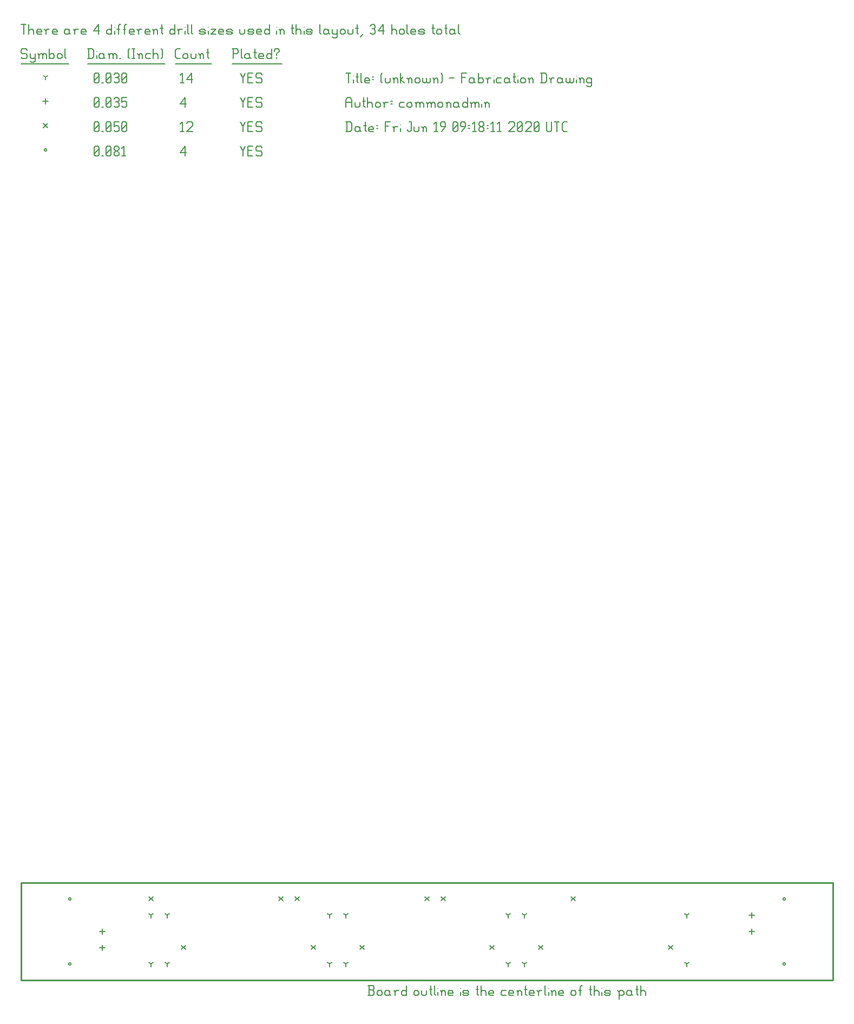
<source format=gbr>
G04 start of page 12 for group -3984 idx -3984 *
G04 Title: (unknown), fab *
G04 Creator: pcb 4.2.0 *
G04 CreationDate: Fri Jun 19 09:18:11 2020 UTC *
G04 For: commonadmin *
G04 Format: Gerber/RS-274X *
G04 PCB-Dimensions (mil): 6000.00 5000.00 *
G04 PCB-Coordinate-Origin: lower left *
%MOIN*%
%FSLAX25Y25*%
%LNFAB*%
%ADD49C,0.0100*%
%ADD48C,0.0075*%
%ADD47C,0.0060*%
%ADD46C,0.0080*%
G54D46*X29200Y10000D02*G75*G03X30800Y10000I800J0D01*G01*
G75*G03X29200Y10000I-800J0D01*G01*
Y50000D02*G75*G03X30800Y50000I800J0D01*G01*
G75*G03X29200Y50000I-800J0D01*G01*
X469200D02*G75*G03X470800Y50000I800J0D01*G01*
G75*G03X469200Y50000I-800J0D01*G01*
Y10000D02*G75*G03X470800Y10000I800J0D01*G01*
G75*G03X469200Y10000I-800J0D01*G01*
X14200Y511250D02*G75*G03X15800Y511250I800J0D01*G01*
G75*G03X14200Y511250I-800J0D01*G01*
G54D47*X135000Y513500D02*X136500Y510500D01*
X138000Y513500D01*
X136500Y510500D02*Y507500D01*
X139800Y510800D02*X142050D01*
X139800Y507500D02*X142800D01*
X139800Y513500D02*Y507500D01*
Y513500D02*X142800D01*
X147600D02*X148350Y512750D01*
X145350Y513500D02*X147600D01*
X144600Y512750D02*X145350Y513500D01*
X144600Y512750D02*Y511250D01*
X145350Y510500D01*
X147600D01*
X148350Y509750D01*
Y508250D01*
X147600Y507500D02*X148350Y508250D01*
X145350Y507500D02*X147600D01*
X144600Y508250D02*X145350Y507500D01*
X98000Y509750D02*X101000Y513500D01*
X98000Y509750D02*X101750D01*
X101000Y513500D02*Y507500D01*
X45000Y508250D02*X45750Y507500D01*
X45000Y512750D02*Y508250D01*
Y512750D02*X45750Y513500D01*
X47250D01*
X48000Y512750D01*
Y508250D01*
X47250Y507500D02*X48000Y508250D01*
X45750Y507500D02*X47250D01*
X45000Y509000D02*X48000Y512000D01*
X49800Y507500D02*X50550D01*
X52350Y508250D02*X53100Y507500D01*
X52350Y512750D02*Y508250D01*
Y512750D02*X53100Y513500D01*
X54600D01*
X55350Y512750D01*
Y508250D01*
X54600Y507500D02*X55350Y508250D01*
X53100Y507500D02*X54600D01*
X52350Y509000D02*X55350Y512000D01*
X57150Y508250D02*X57900Y507500D01*
X57150Y509450D02*Y508250D01*
Y509450D02*X58200Y510500D01*
X59100D01*
X60150Y509450D01*
Y508250D01*
X59400Y507500D02*X60150Y508250D01*
X57900Y507500D02*X59400D01*
X57150Y511550D02*X58200Y510500D01*
X57150Y512750D02*Y511550D01*
Y512750D02*X57900Y513500D01*
X59400D01*
X60150Y512750D01*
Y511550D01*
X59100Y510500D02*X60150Y511550D01*
X61950Y512300D02*X63150Y513500D01*
Y507500D01*
X61950D02*X64200D01*
X318800Y21200D02*X321200Y18800D01*
X318800D02*X321200Y21200D01*
X398800D02*X401200Y18800D01*
X398800D02*X401200Y21200D01*
X258800Y51200D02*X261200Y48800D01*
X258800D02*X261200Y51200D01*
X338800D02*X341200Y48800D01*
X338800D02*X341200Y51200D01*
X168800D02*X171200Y48800D01*
X168800D02*X171200Y51200D01*
X248800D02*X251200Y48800D01*
X248800D02*X251200Y51200D01*
X78800D02*X81200Y48800D01*
X78800D02*X81200Y51200D01*
X158800D02*X161200Y48800D01*
X158800D02*X161200Y51200D01*
X208800Y21200D02*X211200Y18800D01*
X208800D02*X211200Y21200D01*
X288800D02*X291200Y18800D01*
X288800D02*X291200Y21200D01*
X98800D02*X101200Y18800D01*
X98800D02*X101200Y21200D01*
X178800D02*X181200Y18800D01*
X178800D02*X181200Y21200D01*
X13800Y527450D02*X16200Y525050D01*
X13800D02*X16200Y527450D01*
X135000Y528500D02*X136500Y525500D01*
X138000Y528500D01*
X136500Y525500D02*Y522500D01*
X139800Y525800D02*X142050D01*
X139800Y522500D02*X142800D01*
X139800Y528500D02*Y522500D01*
Y528500D02*X142800D01*
X147600D02*X148350Y527750D01*
X145350Y528500D02*X147600D01*
X144600Y527750D02*X145350Y528500D01*
X144600Y527750D02*Y526250D01*
X145350Y525500D01*
X147600D01*
X148350Y524750D01*
Y523250D01*
X147600Y522500D02*X148350Y523250D01*
X145350Y522500D02*X147600D01*
X144600Y523250D02*X145350Y522500D01*
X98000Y527300D02*X99200Y528500D01*
Y522500D01*
X98000D02*X100250D01*
X102050Y527750D02*X102800Y528500D01*
X105050D01*
X105800Y527750D01*
Y526250D01*
X102050Y522500D02*X105800Y526250D01*
X102050Y522500D02*X105800D01*
X45000Y523250D02*X45750Y522500D01*
X45000Y527750D02*Y523250D01*
Y527750D02*X45750Y528500D01*
X47250D01*
X48000Y527750D01*
Y523250D01*
X47250Y522500D02*X48000Y523250D01*
X45750Y522500D02*X47250D01*
X45000Y524000D02*X48000Y527000D01*
X49800Y522500D02*X50550D01*
X52350Y523250D02*X53100Y522500D01*
X52350Y527750D02*Y523250D01*
Y527750D02*X53100Y528500D01*
X54600D01*
X55350Y527750D01*
Y523250D01*
X54600Y522500D02*X55350Y523250D01*
X53100Y522500D02*X54600D01*
X52350Y524000D02*X55350Y527000D01*
X57150Y528500D02*X60150D01*
X57150D02*Y525500D01*
X57900Y526250D01*
X59400D01*
X60150Y525500D01*
Y523250D01*
X59400Y522500D02*X60150Y523250D01*
X57900Y522500D02*X59400D01*
X57150Y523250D02*X57900Y522500D01*
X61950Y523250D02*X62700Y522500D01*
X61950Y527750D02*Y523250D01*
Y527750D02*X62700Y528500D01*
X64200D01*
X64950Y527750D01*
Y523250D01*
X64200Y522500D02*X64950Y523250D01*
X62700Y522500D02*X64200D01*
X61950Y524000D02*X64950Y527000D01*
X50000Y31600D02*Y28400D01*
X48400Y30000D02*X51600D01*
X50000Y21600D02*Y18400D01*
X48400Y20000D02*X51600D01*
X450000Y31600D02*Y28400D01*
X448400Y30000D02*X451600D01*
X450000Y41600D02*Y38400D01*
X448400Y40000D02*X451600D01*
X15000Y542850D02*Y539650D01*
X13400Y541250D02*X16600D01*
X135000Y543500D02*X136500Y540500D01*
X138000Y543500D01*
X136500Y540500D02*Y537500D01*
X139800Y540800D02*X142050D01*
X139800Y537500D02*X142800D01*
X139800Y543500D02*Y537500D01*
Y543500D02*X142800D01*
X147600D02*X148350Y542750D01*
X145350Y543500D02*X147600D01*
X144600Y542750D02*X145350Y543500D01*
X144600Y542750D02*Y541250D01*
X145350Y540500D01*
X147600D01*
X148350Y539750D01*
Y538250D01*
X147600Y537500D02*X148350Y538250D01*
X145350Y537500D02*X147600D01*
X144600Y538250D02*X145350Y537500D01*
X98000Y539750D02*X101000Y543500D01*
X98000Y539750D02*X101750D01*
X101000Y543500D02*Y537500D01*
X45000Y538250D02*X45750Y537500D01*
X45000Y542750D02*Y538250D01*
Y542750D02*X45750Y543500D01*
X47250D01*
X48000Y542750D01*
Y538250D01*
X47250Y537500D02*X48000Y538250D01*
X45750Y537500D02*X47250D01*
X45000Y539000D02*X48000Y542000D01*
X49800Y537500D02*X50550D01*
X52350Y538250D02*X53100Y537500D01*
X52350Y542750D02*Y538250D01*
Y542750D02*X53100Y543500D01*
X54600D01*
X55350Y542750D01*
Y538250D01*
X54600Y537500D02*X55350Y538250D01*
X53100Y537500D02*X54600D01*
X52350Y539000D02*X55350Y542000D01*
X57150Y542750D02*X57900Y543500D01*
X59400D01*
X60150Y542750D01*
X59400Y537500D02*X60150Y538250D01*
X57900Y537500D02*X59400D01*
X57150Y538250D02*X57900Y537500D01*
Y540800D02*X59400D01*
X60150Y542750D02*Y541550D01*
Y540050D02*Y538250D01*
Y540050D02*X59400Y540800D01*
X60150Y541550D02*X59400Y540800D01*
X61950Y543500D02*X64950D01*
X61950D02*Y540500D01*
X62700Y541250D01*
X64200D01*
X64950Y540500D01*
Y538250D01*
X64200Y537500D02*X64950Y538250D01*
X62700Y537500D02*X64200D01*
X61950Y538250D02*X62700Y537500D01*
X80000Y10000D02*Y8400D01*
Y10000D02*X81387Y10800D01*
X80000Y10000D02*X78613Y10800D01*
X80000Y40000D02*Y38400D01*
Y40000D02*X81387Y40800D01*
X80000Y40000D02*X78613Y40800D01*
X90000Y10000D02*Y8400D01*
Y10000D02*X91387Y10800D01*
X90000Y10000D02*X88613Y10800D01*
X90000Y40000D02*Y38400D01*
Y40000D02*X91387Y40800D01*
X90000Y40000D02*X88613Y40800D01*
X310000Y10000D02*Y8400D01*
Y10000D02*X311387Y10800D01*
X310000Y10000D02*X308613Y10800D01*
X310000Y40000D02*Y38400D01*
Y40000D02*X311387Y40800D01*
X310000Y40000D02*X308613Y40800D01*
X200000Y10000D02*Y8400D01*
Y10000D02*X201387Y10800D01*
X200000Y10000D02*X198613Y10800D01*
X200000Y40000D02*Y38400D01*
Y40000D02*X201387Y40800D01*
X200000Y40000D02*X198613Y40800D01*
X190000Y10000D02*Y8400D01*
Y10000D02*X191387Y10800D01*
X190000Y10000D02*X188613Y10800D01*
X190000Y40000D02*Y38400D01*
Y40000D02*X191387Y40800D01*
X190000Y40000D02*X188613Y40800D01*
X300000Y10000D02*Y8400D01*
Y10000D02*X301387Y10800D01*
X300000Y10000D02*X298613Y10800D01*
X300000Y40000D02*Y38400D01*
Y40000D02*X301387Y40800D01*
X300000Y40000D02*X298613Y40800D01*
X410000Y10000D02*Y8400D01*
Y10000D02*X411387Y10800D01*
X410000Y10000D02*X408613Y10800D01*
X410000Y40000D02*Y38400D01*
Y40000D02*X411387Y40800D01*
X410000Y40000D02*X408613Y40800D01*
X15000Y556250D02*Y554650D01*
Y556250D02*X16387Y557050D01*
X15000Y556250D02*X13613Y557050D01*
X135000Y558500D02*X136500Y555500D01*
X138000Y558500D01*
X136500Y555500D02*Y552500D01*
X139800Y555800D02*X142050D01*
X139800Y552500D02*X142800D01*
X139800Y558500D02*Y552500D01*
Y558500D02*X142800D01*
X147600D02*X148350Y557750D01*
X145350Y558500D02*X147600D01*
X144600Y557750D02*X145350Y558500D01*
X144600Y557750D02*Y556250D01*
X145350Y555500D01*
X147600D01*
X148350Y554750D01*
Y553250D01*
X147600Y552500D02*X148350Y553250D01*
X145350Y552500D02*X147600D01*
X144600Y553250D02*X145350Y552500D01*
X98000Y557300D02*X99200Y558500D01*
Y552500D01*
X98000D02*X100250D01*
X102050Y554750D02*X105050Y558500D01*
X102050Y554750D02*X105800D01*
X105050Y558500D02*Y552500D01*
X45000Y553250D02*X45750Y552500D01*
X45000Y557750D02*Y553250D01*
Y557750D02*X45750Y558500D01*
X47250D01*
X48000Y557750D01*
Y553250D01*
X47250Y552500D02*X48000Y553250D01*
X45750Y552500D02*X47250D01*
X45000Y554000D02*X48000Y557000D01*
X49800Y552500D02*X50550D01*
X52350Y553250D02*X53100Y552500D01*
X52350Y557750D02*Y553250D01*
Y557750D02*X53100Y558500D01*
X54600D01*
X55350Y557750D01*
Y553250D01*
X54600Y552500D02*X55350Y553250D01*
X53100Y552500D02*X54600D01*
X52350Y554000D02*X55350Y557000D01*
X57150Y557750D02*X57900Y558500D01*
X59400D01*
X60150Y557750D01*
X59400Y552500D02*X60150Y553250D01*
X57900Y552500D02*X59400D01*
X57150Y553250D02*X57900Y552500D01*
Y555800D02*X59400D01*
X60150Y557750D02*Y556550D01*
Y555050D02*Y553250D01*
Y555050D02*X59400Y555800D01*
X60150Y556550D02*X59400Y555800D01*
X61950Y553250D02*X62700Y552500D01*
X61950Y557750D02*Y553250D01*
Y557750D02*X62700Y558500D01*
X64200D01*
X64950Y557750D01*
Y553250D01*
X64200Y552500D02*X64950Y553250D01*
X62700Y552500D02*X64200D01*
X61950Y554000D02*X64950Y557000D01*
X3000Y573500D02*X3750Y572750D01*
X750Y573500D02*X3000D01*
X0Y572750D02*X750Y573500D01*
X0Y572750D02*Y571250D01*
X750Y570500D01*
X3000D01*
X3750Y569750D01*
Y568250D01*
X3000Y567500D02*X3750Y568250D01*
X750Y567500D02*X3000D01*
X0Y568250D02*X750Y567500D01*
X5550Y570500D02*Y568250D01*
X6300Y567500D01*
X8550Y570500D02*Y566000D01*
X7800Y565250D02*X8550Y566000D01*
X6300Y565250D02*X7800D01*
X5550Y566000D02*X6300Y565250D01*
Y567500D02*X7800D01*
X8550Y568250D01*
X11100Y569750D02*Y567500D01*
Y569750D02*X11850Y570500D01*
X12600D01*
X13350Y569750D01*
Y567500D01*
Y569750D02*X14100Y570500D01*
X14850D01*
X15600Y569750D01*
Y567500D01*
X10350Y570500D02*X11100Y569750D01*
X17400Y573500D02*Y567500D01*
Y568250D02*X18150Y567500D01*
X19650D01*
X20400Y568250D01*
Y569750D02*Y568250D01*
X19650Y570500D02*X20400Y569750D01*
X18150Y570500D02*X19650D01*
X17400Y569750D02*X18150Y570500D01*
X22200Y569750D02*Y568250D01*
Y569750D02*X22950Y570500D01*
X24450D01*
X25200Y569750D01*
Y568250D01*
X24450Y567500D02*X25200Y568250D01*
X22950Y567500D02*X24450D01*
X22200Y568250D02*X22950Y567500D01*
X27000Y573500D02*Y568250D01*
X27750Y567500D01*
X0Y564250D02*X29250D01*
X41750Y573500D02*Y567500D01*
X43700Y573500D02*X44750Y572450D01*
Y568550D01*
X43700Y567500D02*X44750Y568550D01*
X41000Y567500D02*X43700D01*
X41000Y573500D02*X43700D01*
G54D48*X46550Y572000D02*Y571850D01*
G54D47*Y569750D02*Y567500D01*
X50300Y570500D02*X51050Y569750D01*
X48800Y570500D02*X50300D01*
X48050Y569750D02*X48800Y570500D01*
X48050Y569750D02*Y568250D01*
X48800Y567500D01*
X51050Y570500D02*Y568250D01*
X51800Y567500D01*
X48800D02*X50300D01*
X51050Y568250D01*
X54350Y569750D02*Y567500D01*
Y569750D02*X55100Y570500D01*
X55850D01*
X56600Y569750D01*
Y567500D01*
Y569750D02*X57350Y570500D01*
X58100D01*
X58850Y569750D01*
Y567500D01*
X53600Y570500D02*X54350Y569750D01*
X60650Y567500D02*X61400D01*
X65900Y568250D02*X66650Y567500D01*
X65900Y572750D02*X66650Y573500D01*
X65900Y572750D02*Y568250D01*
X68450Y573500D02*X69950D01*
X69200D02*Y567500D01*
X68450D02*X69950D01*
X72500Y569750D02*Y567500D01*
Y569750D02*X73250Y570500D01*
X74000D01*
X74750Y569750D01*
Y567500D01*
X71750Y570500D02*X72500Y569750D01*
X77300Y570500D02*X79550D01*
X76550Y569750D02*X77300Y570500D01*
X76550Y569750D02*Y568250D01*
X77300Y567500D01*
X79550D01*
X81350Y573500D02*Y567500D01*
Y569750D02*X82100Y570500D01*
X83600D01*
X84350Y569750D01*
Y567500D01*
X86150Y573500D02*X86900Y572750D01*
Y568250D01*
X86150Y567500D02*X86900Y568250D01*
X41000Y564250D02*X88700D01*
X96050Y567500D02*X98000D01*
X95000Y568550D02*X96050Y567500D01*
X95000Y572450D02*Y568550D01*
Y572450D02*X96050Y573500D01*
X98000D01*
X99800Y569750D02*Y568250D01*
Y569750D02*X100550Y570500D01*
X102050D01*
X102800Y569750D01*
Y568250D01*
X102050Y567500D02*X102800Y568250D01*
X100550Y567500D02*X102050D01*
X99800Y568250D02*X100550Y567500D01*
X104600Y570500D02*Y568250D01*
X105350Y567500D01*
X106850D01*
X107600Y568250D01*
Y570500D02*Y568250D01*
X110150Y569750D02*Y567500D01*
Y569750D02*X110900Y570500D01*
X111650D01*
X112400Y569750D01*
Y567500D01*
X109400Y570500D02*X110150Y569750D01*
X114950Y573500D02*Y568250D01*
X115700Y567500D01*
X114200Y571250D02*X115700D01*
X95000Y564250D02*X117200D01*
X130750Y573500D02*Y567500D01*
X130000Y573500D02*X133000D01*
X133750Y572750D01*
Y571250D01*
X133000Y570500D02*X133750Y571250D01*
X130750Y570500D02*X133000D01*
X135550Y573500D02*Y568250D01*
X136300Y567500D01*
X140050Y570500D02*X140800Y569750D01*
X138550Y570500D02*X140050D01*
X137800Y569750D02*X138550Y570500D01*
X137800Y569750D02*Y568250D01*
X138550Y567500D01*
X140800Y570500D02*Y568250D01*
X141550Y567500D01*
X138550D02*X140050D01*
X140800Y568250D01*
X144100Y573500D02*Y568250D01*
X144850Y567500D01*
X143350Y571250D02*X144850D01*
X147100Y567500D02*X149350D01*
X146350Y568250D02*X147100Y567500D01*
X146350Y569750D02*Y568250D01*
Y569750D02*X147100Y570500D01*
X148600D01*
X149350Y569750D01*
X146350Y569000D02*X149350D01*
Y569750D02*Y569000D01*
X154150Y573500D02*Y567500D01*
X153400D02*X154150Y568250D01*
X151900Y567500D02*X153400D01*
X151150Y568250D02*X151900Y567500D01*
X151150Y569750D02*Y568250D01*
Y569750D02*X151900Y570500D01*
X153400D01*
X154150Y569750D01*
X157450Y570500D02*Y569750D01*
Y568250D02*Y567500D01*
X155950Y572750D02*Y572000D01*
Y572750D02*X156700Y573500D01*
X158200D01*
X158950Y572750D01*
Y572000D01*
X157450Y570500D02*X158950Y572000D01*
X130000Y564250D02*X160750D01*
X0Y588500D02*X3000D01*
X1500D02*Y582500D01*
X4800Y588500D02*Y582500D01*
Y584750D02*X5550Y585500D01*
X7050D01*
X7800Y584750D01*
Y582500D01*
X10350D02*X12600D01*
X9600Y583250D02*X10350Y582500D01*
X9600Y584750D02*Y583250D01*
Y584750D02*X10350Y585500D01*
X11850D01*
X12600Y584750D01*
X9600Y584000D02*X12600D01*
Y584750D02*Y584000D01*
X15150Y584750D02*Y582500D01*
Y584750D02*X15900Y585500D01*
X17400D01*
X14400D02*X15150Y584750D01*
X19950Y582500D02*X22200D01*
X19200Y583250D02*X19950Y582500D01*
X19200Y584750D02*Y583250D01*
Y584750D02*X19950Y585500D01*
X21450D01*
X22200Y584750D01*
X19200Y584000D02*X22200D01*
Y584750D02*Y584000D01*
X28950Y585500D02*X29700Y584750D01*
X27450Y585500D02*X28950D01*
X26700Y584750D02*X27450Y585500D01*
X26700Y584750D02*Y583250D01*
X27450Y582500D01*
X29700Y585500D02*Y583250D01*
X30450Y582500D01*
X27450D02*X28950D01*
X29700Y583250D01*
X33000Y584750D02*Y582500D01*
Y584750D02*X33750Y585500D01*
X35250D01*
X32250D02*X33000Y584750D01*
X37800Y582500D02*X40050D01*
X37050Y583250D02*X37800Y582500D01*
X37050Y584750D02*Y583250D01*
Y584750D02*X37800Y585500D01*
X39300D01*
X40050Y584750D01*
X37050Y584000D02*X40050D01*
Y584750D02*Y584000D01*
X44550Y584750D02*X47550Y588500D01*
X44550Y584750D02*X48300D01*
X47550Y588500D02*Y582500D01*
X55800Y588500D02*Y582500D01*
X55050D02*X55800Y583250D01*
X53550Y582500D02*X55050D01*
X52800Y583250D02*X53550Y582500D01*
X52800Y584750D02*Y583250D01*
Y584750D02*X53550Y585500D01*
X55050D01*
X55800Y584750D01*
G54D48*X57600Y587000D02*Y586850D01*
G54D47*Y584750D02*Y582500D01*
X59850Y587750D02*Y582500D01*
Y587750D02*X60600Y588500D01*
X61350D01*
X59100Y585500D02*X60600D01*
X63600Y587750D02*Y582500D01*
Y587750D02*X64350Y588500D01*
X65100D01*
X62850Y585500D02*X64350D01*
X67350Y582500D02*X69600D01*
X66600Y583250D02*X67350Y582500D01*
X66600Y584750D02*Y583250D01*
Y584750D02*X67350Y585500D01*
X68850D01*
X69600Y584750D01*
X66600Y584000D02*X69600D01*
Y584750D02*Y584000D01*
X72150Y584750D02*Y582500D01*
Y584750D02*X72900Y585500D01*
X74400D01*
X71400D02*X72150Y584750D01*
X76950Y582500D02*X79200D01*
X76200Y583250D02*X76950Y582500D01*
X76200Y584750D02*Y583250D01*
Y584750D02*X76950Y585500D01*
X78450D01*
X79200Y584750D01*
X76200Y584000D02*X79200D01*
Y584750D02*Y584000D01*
X81750Y584750D02*Y582500D01*
Y584750D02*X82500Y585500D01*
X83250D01*
X84000Y584750D01*
Y582500D01*
X81000Y585500D02*X81750Y584750D01*
X86550Y588500D02*Y583250D01*
X87300Y582500D01*
X85800Y586250D02*X87300D01*
X94500Y588500D02*Y582500D01*
X93750D02*X94500Y583250D01*
X92250Y582500D02*X93750D01*
X91500Y583250D02*X92250Y582500D01*
X91500Y584750D02*Y583250D01*
Y584750D02*X92250Y585500D01*
X93750D01*
X94500Y584750D01*
X97050D02*Y582500D01*
Y584750D02*X97800Y585500D01*
X99300D01*
X96300D02*X97050Y584750D01*
G54D48*X101100Y587000D02*Y586850D01*
G54D47*Y584750D02*Y582500D01*
X102600Y588500D02*Y583250D01*
X103350Y582500D01*
X104850Y588500D02*Y583250D01*
X105600Y582500D01*
X110550D02*X112800D01*
X113550Y583250D01*
X112800Y584000D02*X113550Y583250D01*
X110550Y584000D02*X112800D01*
X109800Y584750D02*X110550Y584000D01*
X109800Y584750D02*X110550Y585500D01*
X112800D01*
X113550Y584750D01*
X109800Y583250D02*X110550Y582500D01*
G54D48*X115350Y587000D02*Y586850D01*
G54D47*Y584750D02*Y582500D01*
X116850Y585500D02*X119850D01*
X116850Y582500D02*X119850Y585500D01*
X116850Y582500D02*X119850D01*
X122400D02*X124650D01*
X121650Y583250D02*X122400Y582500D01*
X121650Y584750D02*Y583250D01*
Y584750D02*X122400Y585500D01*
X123900D01*
X124650Y584750D01*
X121650Y584000D02*X124650D01*
Y584750D02*Y584000D01*
X127200Y582500D02*X129450D01*
X130200Y583250D01*
X129450Y584000D02*X130200Y583250D01*
X127200Y584000D02*X129450D01*
X126450Y584750D02*X127200Y584000D01*
X126450Y584750D02*X127200Y585500D01*
X129450D01*
X130200Y584750D01*
X126450Y583250D02*X127200Y582500D01*
X134700Y585500D02*Y583250D01*
X135450Y582500D01*
X136950D01*
X137700Y583250D01*
Y585500D02*Y583250D01*
X140250Y582500D02*X142500D01*
X143250Y583250D01*
X142500Y584000D02*X143250Y583250D01*
X140250Y584000D02*X142500D01*
X139500Y584750D02*X140250Y584000D01*
X139500Y584750D02*X140250Y585500D01*
X142500D01*
X143250Y584750D01*
X139500Y583250D02*X140250Y582500D01*
X145800D02*X148050D01*
X145050Y583250D02*X145800Y582500D01*
X145050Y584750D02*Y583250D01*
Y584750D02*X145800Y585500D01*
X147300D01*
X148050Y584750D01*
X145050Y584000D02*X148050D01*
Y584750D02*Y584000D01*
X152850Y588500D02*Y582500D01*
X152100D02*X152850Y583250D01*
X150600Y582500D02*X152100D01*
X149850Y583250D02*X150600Y582500D01*
X149850Y584750D02*Y583250D01*
Y584750D02*X150600Y585500D01*
X152100D01*
X152850Y584750D01*
G54D48*X157350Y587000D02*Y586850D01*
G54D47*Y584750D02*Y582500D01*
X159600Y584750D02*Y582500D01*
Y584750D02*X160350Y585500D01*
X161100D01*
X161850Y584750D01*
Y582500D01*
X158850Y585500D02*X159600Y584750D01*
X167100Y588500D02*Y583250D01*
X167850Y582500D01*
X166350Y586250D02*X167850D01*
X169350Y588500D02*Y582500D01*
Y584750D02*X170100Y585500D01*
X171600D01*
X172350Y584750D01*
Y582500D01*
G54D48*X174150Y587000D02*Y586850D01*
G54D47*Y584750D02*Y582500D01*
X176400D02*X178650D01*
X179400Y583250D01*
X178650Y584000D02*X179400Y583250D01*
X176400Y584000D02*X178650D01*
X175650Y584750D02*X176400Y584000D01*
X175650Y584750D02*X176400Y585500D01*
X178650D01*
X179400Y584750D01*
X175650Y583250D02*X176400Y582500D01*
X183900Y588500D02*Y583250D01*
X184650Y582500D01*
X188400Y585500D02*X189150Y584750D01*
X186900Y585500D02*X188400D01*
X186150Y584750D02*X186900Y585500D01*
X186150Y584750D02*Y583250D01*
X186900Y582500D01*
X189150Y585500D02*Y583250D01*
X189900Y582500D01*
X186900D02*X188400D01*
X189150Y583250D01*
X191700Y585500D02*Y583250D01*
X192450Y582500D01*
X194700Y585500D02*Y581000D01*
X193950Y580250D02*X194700Y581000D01*
X192450Y580250D02*X193950D01*
X191700Y581000D02*X192450Y580250D01*
Y582500D02*X193950D01*
X194700Y583250D01*
X196500Y584750D02*Y583250D01*
Y584750D02*X197250Y585500D01*
X198750D01*
X199500Y584750D01*
Y583250D01*
X198750Y582500D02*X199500Y583250D01*
X197250Y582500D02*X198750D01*
X196500Y583250D02*X197250Y582500D01*
X201300Y585500D02*Y583250D01*
X202050Y582500D01*
X203550D01*
X204300Y583250D01*
Y585500D02*Y583250D01*
X206850Y588500D02*Y583250D01*
X207600Y582500D01*
X206100Y586250D02*X207600D01*
X209100Y581000D02*X210600Y582500D01*
X215100Y587750D02*X215850Y588500D01*
X217350D01*
X218100Y587750D01*
X217350Y582500D02*X218100Y583250D01*
X215850Y582500D02*X217350D01*
X215100Y583250D02*X215850Y582500D01*
Y585800D02*X217350D01*
X218100Y587750D02*Y586550D01*
Y585050D02*Y583250D01*
Y585050D02*X217350Y585800D01*
X218100Y586550D02*X217350Y585800D01*
X219900Y584750D02*X222900Y588500D01*
X219900Y584750D02*X223650D01*
X222900Y588500D02*Y582500D01*
X228150Y588500D02*Y582500D01*
Y584750D02*X228900Y585500D01*
X230400D01*
X231150Y584750D01*
Y582500D01*
X232950Y584750D02*Y583250D01*
Y584750D02*X233700Y585500D01*
X235200D01*
X235950Y584750D01*
Y583250D01*
X235200Y582500D02*X235950Y583250D01*
X233700Y582500D02*X235200D01*
X232950Y583250D02*X233700Y582500D01*
X237750Y588500D02*Y583250D01*
X238500Y582500D01*
X240750D02*X243000D01*
X240000Y583250D02*X240750Y582500D01*
X240000Y584750D02*Y583250D01*
Y584750D02*X240750Y585500D01*
X242250D01*
X243000Y584750D01*
X240000Y584000D02*X243000D01*
Y584750D02*Y584000D01*
X245550Y582500D02*X247800D01*
X248550Y583250D01*
X247800Y584000D02*X248550Y583250D01*
X245550Y584000D02*X247800D01*
X244800Y584750D02*X245550Y584000D01*
X244800Y584750D02*X245550Y585500D01*
X247800D01*
X248550Y584750D01*
X244800Y583250D02*X245550Y582500D01*
X253800Y588500D02*Y583250D01*
X254550Y582500D01*
X253050Y586250D02*X254550D01*
X256050Y584750D02*Y583250D01*
Y584750D02*X256800Y585500D01*
X258300D01*
X259050Y584750D01*
Y583250D01*
X258300Y582500D02*X259050Y583250D01*
X256800Y582500D02*X258300D01*
X256050Y583250D02*X256800Y582500D01*
X261600Y588500D02*Y583250D01*
X262350Y582500D01*
X260850Y586250D02*X262350D01*
X266100Y585500D02*X266850Y584750D01*
X264600Y585500D02*X266100D01*
X263850Y584750D02*X264600Y585500D01*
X263850Y584750D02*Y583250D01*
X264600Y582500D01*
X266850Y585500D02*Y583250D01*
X267600Y582500D01*
X264600D02*X266100D01*
X266850Y583250D01*
X269400Y588500D02*Y583250D01*
X270150Y582500D01*
G54D49*X0Y60000D02*X500000D01*
Y0D01*
X0Y60000D02*Y0D01*
X500000D01*
G54D47*X213675Y-9500D02*X216675D01*
X217425Y-8750D01*
Y-6950D02*Y-8750D01*
X216675Y-6200D02*X217425Y-6950D01*
X214425Y-6200D02*X216675D01*
X214425Y-3500D02*Y-9500D01*
X213675Y-3500D02*X216675D01*
X217425Y-4250D01*
Y-5450D01*
X216675Y-6200D02*X217425Y-5450D01*
X219225Y-7250D02*Y-8750D01*
Y-7250D02*X219975Y-6500D01*
X221475D01*
X222225Y-7250D01*
Y-8750D01*
X221475Y-9500D02*X222225Y-8750D01*
X219975Y-9500D02*X221475D01*
X219225Y-8750D02*X219975Y-9500D01*
X226275Y-6500D02*X227025Y-7250D01*
X224775Y-6500D02*X226275D01*
X224025Y-7250D02*X224775Y-6500D01*
X224025Y-7250D02*Y-8750D01*
X224775Y-9500D01*
X227025Y-6500D02*Y-8750D01*
X227775Y-9500D01*
X224775D02*X226275D01*
X227025Y-8750D01*
X230325Y-7250D02*Y-9500D01*
Y-7250D02*X231075Y-6500D01*
X232575D01*
X229575D02*X230325Y-7250D01*
X237375Y-3500D02*Y-9500D01*
X236625D02*X237375Y-8750D01*
X235125Y-9500D02*X236625D01*
X234375Y-8750D02*X235125Y-9500D01*
X234375Y-7250D02*Y-8750D01*
Y-7250D02*X235125Y-6500D01*
X236625D01*
X237375Y-7250D01*
X241875D02*Y-8750D01*
Y-7250D02*X242625Y-6500D01*
X244125D01*
X244875Y-7250D01*
Y-8750D01*
X244125Y-9500D02*X244875Y-8750D01*
X242625Y-9500D02*X244125D01*
X241875Y-8750D02*X242625Y-9500D01*
X246675Y-6500D02*Y-8750D01*
X247425Y-9500D01*
X248925D01*
X249675Y-8750D01*
Y-6500D02*Y-8750D01*
X252225Y-3500D02*Y-8750D01*
X252975Y-9500D01*
X251475Y-5750D02*X252975D01*
X254475Y-3500D02*Y-8750D01*
X255225Y-9500D01*
G54D48*X256725Y-5000D02*Y-5150D01*
G54D47*Y-7250D02*Y-9500D01*
X258975Y-7250D02*Y-9500D01*
Y-7250D02*X259725Y-6500D01*
X260475D01*
X261225Y-7250D01*
Y-9500D01*
X258225Y-6500D02*X258975Y-7250D01*
X263775Y-9500D02*X266025D01*
X263025Y-8750D02*X263775Y-9500D01*
X263025Y-7250D02*Y-8750D01*
Y-7250D02*X263775Y-6500D01*
X265275D01*
X266025Y-7250D01*
X263025Y-8000D02*X266025D01*
Y-7250D02*Y-8000D01*
G54D48*X270525Y-5000D02*Y-5150D01*
G54D47*Y-7250D02*Y-9500D01*
X272775D02*X275025D01*
X275775Y-8750D01*
X275025Y-8000D02*X275775Y-8750D01*
X272775Y-8000D02*X275025D01*
X272025Y-7250D02*X272775Y-8000D01*
X272025Y-7250D02*X272775Y-6500D01*
X275025D01*
X275775Y-7250D01*
X272025Y-8750D02*X272775Y-9500D01*
X281025Y-3500D02*Y-8750D01*
X281775Y-9500D01*
X280275Y-5750D02*X281775D01*
X283275Y-3500D02*Y-9500D01*
Y-7250D02*X284025Y-6500D01*
X285525D01*
X286275Y-7250D01*
Y-9500D01*
X288825D02*X291075D01*
X288075Y-8750D02*X288825Y-9500D01*
X288075Y-7250D02*Y-8750D01*
Y-7250D02*X288825Y-6500D01*
X290325D01*
X291075Y-7250D01*
X288075Y-8000D02*X291075D01*
Y-7250D02*Y-8000D01*
X296325Y-6500D02*X298575D01*
X295575Y-7250D02*X296325Y-6500D01*
X295575Y-7250D02*Y-8750D01*
X296325Y-9500D01*
X298575D01*
X301125D02*X303375D01*
X300375Y-8750D02*X301125Y-9500D01*
X300375Y-7250D02*Y-8750D01*
Y-7250D02*X301125Y-6500D01*
X302625D01*
X303375Y-7250D01*
X300375Y-8000D02*X303375D01*
Y-7250D02*Y-8000D01*
X305925Y-7250D02*Y-9500D01*
Y-7250D02*X306675Y-6500D01*
X307425D01*
X308175Y-7250D01*
Y-9500D01*
X305175Y-6500D02*X305925Y-7250D01*
X310725Y-3500D02*Y-8750D01*
X311475Y-9500D01*
X309975Y-5750D02*X311475D01*
X313725Y-9500D02*X315975D01*
X312975Y-8750D02*X313725Y-9500D01*
X312975Y-7250D02*Y-8750D01*
Y-7250D02*X313725Y-6500D01*
X315225D01*
X315975Y-7250D01*
X312975Y-8000D02*X315975D01*
Y-7250D02*Y-8000D01*
X318525Y-7250D02*Y-9500D01*
Y-7250D02*X319275Y-6500D01*
X320775D01*
X317775D02*X318525Y-7250D01*
X322575Y-3500D02*Y-8750D01*
X323325Y-9500D01*
G54D48*X324825Y-5000D02*Y-5150D01*
G54D47*Y-7250D02*Y-9500D01*
X327075Y-7250D02*Y-9500D01*
Y-7250D02*X327825Y-6500D01*
X328575D01*
X329325Y-7250D01*
Y-9500D01*
X326325Y-6500D02*X327075Y-7250D01*
X331875Y-9500D02*X334125D01*
X331125Y-8750D02*X331875Y-9500D01*
X331125Y-7250D02*Y-8750D01*
Y-7250D02*X331875Y-6500D01*
X333375D01*
X334125Y-7250D01*
X331125Y-8000D02*X334125D01*
Y-7250D02*Y-8000D01*
X338625Y-7250D02*Y-8750D01*
Y-7250D02*X339375Y-6500D01*
X340875D01*
X341625Y-7250D01*
Y-8750D01*
X340875Y-9500D02*X341625Y-8750D01*
X339375Y-9500D02*X340875D01*
X338625Y-8750D02*X339375Y-9500D01*
X344175Y-4250D02*Y-9500D01*
Y-4250D02*X344925Y-3500D01*
X345675D01*
X343425Y-6500D02*X344925D01*
X350625Y-3500D02*Y-8750D01*
X351375Y-9500D01*
X349875Y-5750D02*X351375D01*
X352875Y-3500D02*Y-9500D01*
Y-7250D02*X353625Y-6500D01*
X355125D01*
X355875Y-7250D01*
Y-9500D01*
G54D48*X357675Y-5000D02*Y-5150D01*
G54D47*Y-7250D02*Y-9500D01*
X359925D02*X362175D01*
X362925Y-8750D01*
X362175Y-8000D02*X362925Y-8750D01*
X359925Y-8000D02*X362175D01*
X359175Y-7250D02*X359925Y-8000D01*
X359175Y-7250D02*X359925Y-6500D01*
X362175D01*
X362925Y-7250D01*
X359175Y-8750D02*X359925Y-9500D01*
X368175Y-7250D02*Y-11750D01*
X367425Y-6500D02*X368175Y-7250D01*
X368925Y-6500D01*
X370425D01*
X371175Y-7250D01*
Y-8750D01*
X370425Y-9500D02*X371175Y-8750D01*
X368925Y-9500D02*X370425D01*
X368175Y-8750D02*X368925Y-9500D01*
X375225Y-6500D02*X375975Y-7250D01*
X373725Y-6500D02*X375225D01*
X372975Y-7250D02*X373725Y-6500D01*
X372975Y-7250D02*Y-8750D01*
X373725Y-9500D01*
X375975Y-6500D02*Y-8750D01*
X376725Y-9500D01*
X373725D02*X375225D01*
X375975Y-8750D01*
X379275Y-3500D02*Y-8750D01*
X380025Y-9500D01*
X378525Y-5750D02*X380025D01*
X381525Y-3500D02*Y-9500D01*
Y-7250D02*X382275Y-6500D01*
X383775D01*
X384525Y-7250D01*
Y-9500D01*
X200750Y528500D02*Y522500D01*
X202700Y528500D02*X203750Y527450D01*
Y523550D01*
X202700Y522500D02*X203750Y523550D01*
X200000Y522500D02*X202700D01*
X200000Y528500D02*X202700D01*
X207800Y525500D02*X208550Y524750D01*
X206300Y525500D02*X207800D01*
X205550Y524750D02*X206300Y525500D01*
X205550Y524750D02*Y523250D01*
X206300Y522500D01*
X208550Y525500D02*Y523250D01*
X209300Y522500D01*
X206300D02*X207800D01*
X208550Y523250D01*
X211850Y528500D02*Y523250D01*
X212600Y522500D01*
X211100Y526250D02*X212600D01*
X214850Y522500D02*X217100D01*
X214100Y523250D02*X214850Y522500D01*
X214100Y524750D02*Y523250D01*
Y524750D02*X214850Y525500D01*
X216350D01*
X217100Y524750D01*
X214100Y524000D02*X217100D01*
Y524750D02*Y524000D01*
X218900Y526250D02*X219650D01*
X218900Y524750D02*X219650D01*
X224150Y528500D02*Y522500D01*
Y528500D02*X227150D01*
X224150Y525800D02*X226400D01*
X229700Y524750D02*Y522500D01*
Y524750D02*X230450Y525500D01*
X231950D01*
X228950D02*X229700Y524750D01*
G54D48*X233750Y527000D02*Y526850D01*
G54D47*Y524750D02*Y522500D01*
X239000Y528500D02*X240200D01*
Y523250D01*
X239450Y522500D02*X240200Y523250D01*
X238700Y522500D02*X239450D01*
X237950Y523250D02*X238700Y522500D01*
X237950Y524000D02*Y523250D01*
X242000Y525500D02*Y523250D01*
X242750Y522500D01*
X244250D01*
X245000Y523250D01*
Y525500D02*Y523250D01*
X247550Y524750D02*Y522500D01*
Y524750D02*X248300Y525500D01*
X249050D01*
X249800Y524750D01*
Y522500D01*
X246800Y525500D02*X247550Y524750D01*
X254300Y527300D02*X255500Y528500D01*
Y522500D01*
X254300D02*X256550D01*
X259100D02*X261350Y525500D01*
Y527750D02*Y525500D01*
X260600Y528500D02*X261350Y527750D01*
X259100Y528500D02*X260600D01*
X258350Y527750D02*X259100Y528500D01*
X258350Y527750D02*Y526250D01*
X259100Y525500D01*
X261350D01*
X265850Y523250D02*X266600Y522500D01*
X265850Y527750D02*Y523250D01*
Y527750D02*X266600Y528500D01*
X268100D01*
X268850Y527750D01*
Y523250D01*
X268100Y522500D02*X268850Y523250D01*
X266600Y522500D02*X268100D01*
X265850Y524000D02*X268850Y527000D01*
X271400Y522500D02*X273650Y525500D01*
Y527750D02*Y525500D01*
X272900Y528500D02*X273650Y527750D01*
X271400Y528500D02*X272900D01*
X270650Y527750D02*X271400Y528500D01*
X270650Y527750D02*Y526250D01*
X271400Y525500D01*
X273650D01*
X275450Y526250D02*X276200D01*
X275450Y524750D02*X276200D01*
X278000Y527300D02*X279200Y528500D01*
Y522500D01*
X278000D02*X280250D01*
X282050Y523250D02*X282800Y522500D01*
X282050Y524450D02*Y523250D01*
Y524450D02*X283100Y525500D01*
X284000D01*
X285050Y524450D01*
Y523250D01*
X284300Y522500D02*X285050Y523250D01*
X282800Y522500D02*X284300D01*
X282050Y526550D02*X283100Y525500D01*
X282050Y527750D02*Y526550D01*
Y527750D02*X282800Y528500D01*
X284300D01*
X285050Y527750D01*
Y526550D01*
X284000Y525500D02*X285050Y526550D01*
X286850Y526250D02*X287600D01*
X286850Y524750D02*X287600D01*
X289400Y527300D02*X290600Y528500D01*
Y522500D01*
X289400D02*X291650D01*
X293450Y527300D02*X294650Y528500D01*
Y522500D01*
X293450D02*X295700D01*
X300200Y527750D02*X300950Y528500D01*
X303200D01*
X303950Y527750D01*
Y526250D01*
X300200Y522500D02*X303950Y526250D01*
X300200Y522500D02*X303950D01*
X305750Y523250D02*X306500Y522500D01*
X305750Y527750D02*Y523250D01*
Y527750D02*X306500Y528500D01*
X308000D01*
X308750Y527750D01*
Y523250D01*
X308000Y522500D02*X308750Y523250D01*
X306500Y522500D02*X308000D01*
X305750Y524000D02*X308750Y527000D01*
X310550Y527750D02*X311300Y528500D01*
X313550D01*
X314300Y527750D01*
Y526250D01*
X310550Y522500D02*X314300Y526250D01*
X310550Y522500D02*X314300D01*
X316100Y523250D02*X316850Y522500D01*
X316100Y527750D02*Y523250D01*
Y527750D02*X316850Y528500D01*
X318350D01*
X319100Y527750D01*
Y523250D01*
X318350Y522500D02*X319100Y523250D01*
X316850Y522500D02*X318350D01*
X316100Y524000D02*X319100Y527000D01*
X323600Y528500D02*Y523250D01*
X324350Y522500D01*
X325850D01*
X326600Y523250D01*
Y528500D02*Y523250D01*
X328400Y528500D02*X331400D01*
X329900D02*Y522500D01*
X334250D02*X336200D01*
X333200Y523550D02*X334250Y522500D01*
X333200Y527450D02*Y523550D01*
Y527450D02*X334250Y528500D01*
X336200D01*
X200000Y542000D02*Y537500D01*
Y542000D02*X201050Y543500D01*
X202700D01*
X203750Y542000D01*
Y537500D01*
X200000Y540500D02*X203750D01*
X205550D02*Y538250D01*
X206300Y537500D01*
X207800D01*
X208550Y538250D01*
Y540500D02*Y538250D01*
X211100Y543500D02*Y538250D01*
X211850Y537500D01*
X210350Y541250D02*X211850D01*
X213350Y543500D02*Y537500D01*
Y539750D02*X214100Y540500D01*
X215600D01*
X216350Y539750D01*
Y537500D01*
X218150Y539750D02*Y538250D01*
Y539750D02*X218900Y540500D01*
X220400D01*
X221150Y539750D01*
Y538250D01*
X220400Y537500D02*X221150Y538250D01*
X218900Y537500D02*X220400D01*
X218150Y538250D02*X218900Y537500D01*
X223700Y539750D02*Y537500D01*
Y539750D02*X224450Y540500D01*
X225950D01*
X222950D02*X223700Y539750D01*
X227750Y541250D02*X228500D01*
X227750Y539750D02*X228500D01*
X233750Y540500D02*X236000D01*
X233000Y539750D02*X233750Y540500D01*
X233000Y539750D02*Y538250D01*
X233750Y537500D01*
X236000D01*
X237800Y539750D02*Y538250D01*
Y539750D02*X238550Y540500D01*
X240050D01*
X240800Y539750D01*
Y538250D01*
X240050Y537500D02*X240800Y538250D01*
X238550Y537500D02*X240050D01*
X237800Y538250D02*X238550Y537500D01*
X243350Y539750D02*Y537500D01*
Y539750D02*X244100Y540500D01*
X244850D01*
X245600Y539750D01*
Y537500D01*
Y539750D02*X246350Y540500D01*
X247100D01*
X247850Y539750D01*
Y537500D01*
X242600Y540500D02*X243350Y539750D01*
X250400D02*Y537500D01*
Y539750D02*X251150Y540500D01*
X251900D01*
X252650Y539750D01*
Y537500D01*
Y539750D02*X253400Y540500D01*
X254150D01*
X254900Y539750D01*
Y537500D01*
X249650Y540500D02*X250400Y539750D01*
X256700D02*Y538250D01*
Y539750D02*X257450Y540500D01*
X258950D01*
X259700Y539750D01*
Y538250D01*
X258950Y537500D02*X259700Y538250D01*
X257450Y537500D02*X258950D01*
X256700Y538250D02*X257450Y537500D01*
X262250Y539750D02*Y537500D01*
Y539750D02*X263000Y540500D01*
X263750D01*
X264500Y539750D01*
Y537500D01*
X261500Y540500D02*X262250Y539750D01*
X268550Y540500D02*X269300Y539750D01*
X267050Y540500D02*X268550D01*
X266300Y539750D02*X267050Y540500D01*
X266300Y539750D02*Y538250D01*
X267050Y537500D01*
X269300Y540500D02*Y538250D01*
X270050Y537500D01*
X267050D02*X268550D01*
X269300Y538250D01*
X274850Y543500D02*Y537500D01*
X274100D02*X274850Y538250D01*
X272600Y537500D02*X274100D01*
X271850Y538250D02*X272600Y537500D01*
X271850Y539750D02*Y538250D01*
Y539750D02*X272600Y540500D01*
X274100D01*
X274850Y539750D01*
X277400D02*Y537500D01*
Y539750D02*X278150Y540500D01*
X278900D01*
X279650Y539750D01*
Y537500D01*
Y539750D02*X280400Y540500D01*
X281150D01*
X281900Y539750D01*
Y537500D01*
X276650Y540500D02*X277400Y539750D01*
G54D48*X283700Y542000D02*Y541850D01*
G54D47*Y539750D02*Y537500D01*
X285950Y539750D02*Y537500D01*
Y539750D02*X286700Y540500D01*
X287450D01*
X288200Y539750D01*
Y537500D01*
X285200Y540500D02*X285950Y539750D01*
X200000Y558500D02*X203000D01*
X201500D02*Y552500D01*
G54D48*X204800Y557000D02*Y556850D01*
G54D47*Y554750D02*Y552500D01*
X207050Y558500D02*Y553250D01*
X207800Y552500D01*
X206300Y556250D02*X207800D01*
X209300Y558500D02*Y553250D01*
X210050Y552500D01*
X212300D02*X214550D01*
X211550Y553250D02*X212300Y552500D01*
X211550Y554750D02*Y553250D01*
Y554750D02*X212300Y555500D01*
X213800D01*
X214550Y554750D01*
X211550Y554000D02*X214550D01*
Y554750D02*Y554000D01*
X216350Y556250D02*X217100D01*
X216350Y554750D02*X217100D01*
X221600Y553250D02*X222350Y552500D01*
X221600Y557750D02*X222350Y558500D01*
X221600Y557750D02*Y553250D01*
X224150Y555500D02*Y553250D01*
X224900Y552500D01*
X226400D01*
X227150Y553250D01*
Y555500D02*Y553250D01*
X229700Y554750D02*Y552500D01*
Y554750D02*X230450Y555500D01*
X231200D01*
X231950Y554750D01*
Y552500D01*
X228950Y555500D02*X229700Y554750D01*
X233750Y558500D02*Y552500D01*
Y554750D02*X236000Y552500D01*
X233750Y554750D02*X235250Y556250D01*
X238550Y554750D02*Y552500D01*
Y554750D02*X239300Y555500D01*
X240050D01*
X240800Y554750D01*
Y552500D01*
X237800Y555500D02*X238550Y554750D01*
X242600D02*Y553250D01*
Y554750D02*X243350Y555500D01*
X244850D01*
X245600Y554750D01*
Y553250D01*
X244850Y552500D02*X245600Y553250D01*
X243350Y552500D02*X244850D01*
X242600Y553250D02*X243350Y552500D01*
X247400Y555500D02*Y553250D01*
X248150Y552500D01*
X248900D01*
X249650Y553250D01*
Y555500D02*Y553250D01*
X250400Y552500D01*
X251150D01*
X251900Y553250D01*
Y555500D02*Y553250D01*
X254450Y554750D02*Y552500D01*
Y554750D02*X255200Y555500D01*
X255950D01*
X256700Y554750D01*
Y552500D01*
X253700Y555500D02*X254450Y554750D01*
X258500Y558500D02*X259250Y557750D01*
Y553250D01*
X258500Y552500D02*X259250Y553250D01*
X263750Y555500D02*X266750D01*
X271250Y558500D02*Y552500D01*
Y558500D02*X274250D01*
X271250Y555800D02*X273500D01*
X278300Y555500D02*X279050Y554750D01*
X276800Y555500D02*X278300D01*
X276050Y554750D02*X276800Y555500D01*
X276050Y554750D02*Y553250D01*
X276800Y552500D01*
X279050Y555500D02*Y553250D01*
X279800Y552500D01*
X276800D02*X278300D01*
X279050Y553250D01*
X281600Y558500D02*Y552500D01*
Y553250D02*X282350Y552500D01*
X283850D01*
X284600Y553250D01*
Y554750D02*Y553250D01*
X283850Y555500D02*X284600Y554750D01*
X282350Y555500D02*X283850D01*
X281600Y554750D02*X282350Y555500D01*
X287150Y554750D02*Y552500D01*
Y554750D02*X287900Y555500D01*
X289400D01*
X286400D02*X287150Y554750D01*
G54D48*X291200Y557000D02*Y556850D01*
G54D47*Y554750D02*Y552500D01*
X293450Y555500D02*X295700D01*
X292700Y554750D02*X293450Y555500D01*
X292700Y554750D02*Y553250D01*
X293450Y552500D01*
X295700D01*
X299750Y555500D02*X300500Y554750D01*
X298250Y555500D02*X299750D01*
X297500Y554750D02*X298250Y555500D01*
X297500Y554750D02*Y553250D01*
X298250Y552500D01*
X300500Y555500D02*Y553250D01*
X301250Y552500D01*
X298250D02*X299750D01*
X300500Y553250D01*
X303800Y558500D02*Y553250D01*
X304550Y552500D01*
X303050Y556250D02*X304550D01*
G54D48*X306050Y557000D02*Y556850D01*
G54D47*Y554750D02*Y552500D01*
X307550Y554750D02*Y553250D01*
Y554750D02*X308300Y555500D01*
X309800D01*
X310550Y554750D01*
Y553250D01*
X309800Y552500D02*X310550Y553250D01*
X308300Y552500D02*X309800D01*
X307550Y553250D02*X308300Y552500D01*
X313100Y554750D02*Y552500D01*
Y554750D02*X313850Y555500D01*
X314600D01*
X315350Y554750D01*
Y552500D01*
X312350Y555500D02*X313100Y554750D01*
X320600Y558500D02*Y552500D01*
X322550Y558500D02*X323600Y557450D01*
Y553550D01*
X322550Y552500D02*X323600Y553550D01*
X319850Y552500D02*X322550D01*
X319850Y558500D02*X322550D01*
X326150Y554750D02*Y552500D01*
Y554750D02*X326900Y555500D01*
X328400D01*
X325400D02*X326150Y554750D01*
X332450Y555500D02*X333200Y554750D01*
X330950Y555500D02*X332450D01*
X330200Y554750D02*X330950Y555500D01*
X330200Y554750D02*Y553250D01*
X330950Y552500D01*
X333200Y555500D02*Y553250D01*
X333950Y552500D01*
X330950D02*X332450D01*
X333200Y553250D01*
X335750Y555500D02*Y553250D01*
X336500Y552500D01*
X337250D01*
X338000Y553250D01*
Y555500D02*Y553250D01*
X338750Y552500D01*
X339500D01*
X340250Y553250D01*
Y555500D02*Y553250D01*
G54D48*X342050Y557000D02*Y556850D01*
G54D47*Y554750D02*Y552500D01*
X344300Y554750D02*Y552500D01*
Y554750D02*X345050Y555500D01*
X345800D01*
X346550Y554750D01*
Y552500D01*
X343550Y555500D02*X344300Y554750D01*
X350600Y555500D02*X351350Y554750D01*
X349100Y555500D02*X350600D01*
X348350Y554750D02*X349100Y555500D01*
X348350Y554750D02*Y553250D01*
X349100Y552500D01*
X350600D01*
X351350Y553250D01*
X348350Y551000D02*X349100Y550250D01*
X350600D01*
X351350Y551000D01*
Y555500D02*Y551000D01*
M02*

</source>
